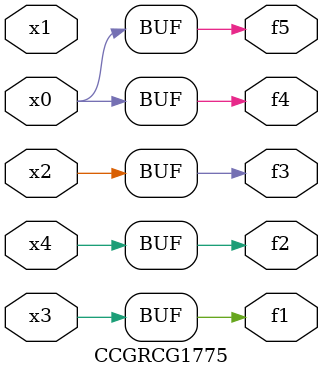
<source format=v>
module CCGRCG1775(
	input x0, x1, x2, x3, x4,
	output f1, f2, f3, f4, f5
);
	assign f1 = x3;
	assign f2 = x4;
	assign f3 = x2;
	assign f4 = x0;
	assign f5 = x0;
endmodule

</source>
